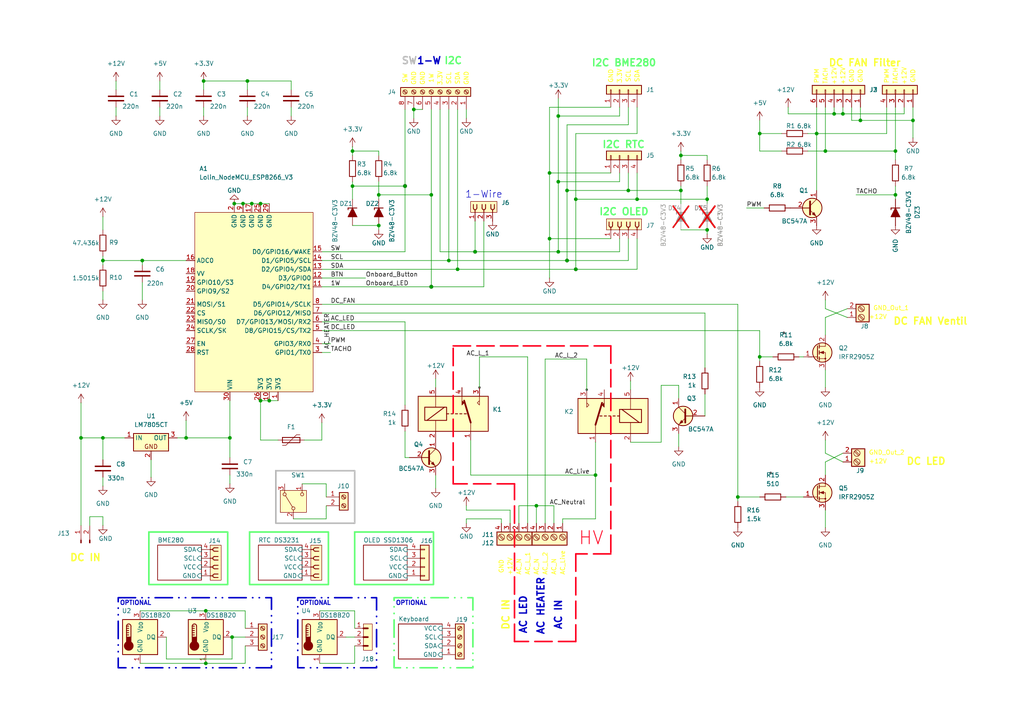
<source format=kicad_sch>
(kicad_sch (version 20231120) (generator "eeschema") (generator_version "8.0")
  (paper "A4")
  (title_block (title "SLA-BOX") (date "2024-11-27") (rev "B") (company "avatarsd LLC") (comment 1 "avatarsd2@gmail.com") (comment 3 "day 1008") (comment 4 "by S.D."))
  (junction (at 29.845 75.565))
  (junction (at 182.245 55.245))
  (junction (at 75.565 59.055))
  (junction (at 184.785 57.785))
  (junction (at 164.465 75.565))
  (junction (at 167.005 78.105))
  (junction (at 241.935 33.02))
  (junction (at 41.275 75.565))
  (junction (at 70.485 59.055))
  (junction (at 125.095 83.185))
  (junction (at 205.105 57.785))
  (junction (at 132.715 78.105))
  (junction (at 167.005 57.785))
  (junction (at 73.025 59.055))
  (junction (at 161.925 52.705))
  (junction (at 53.975 127))
  (junction (at 161.925 73.025))
  (junction (at 244.475 33.02))
  (junction (at 59.69 192.405))
  (junction (at 117.475 53.975))
  (junction (at 259.715 56.515))
  (junction (at 197.485 55.245))
  (junction (at 71.755 23.495))
  (junction (at 172.72 137.795))
  (junction (at 102.235 43.815))
  (junction (at 164.465 55.245))
  (junction (at 78.105 116.205))
  (junction (at 264.795 34.925))
  (junction (at 67.31 184.785))
  (junction (at 236.855 38.735))
  (junction (at 220.345 103.505))
  (junction (at 125.095 56.515))
  (junction (at 59.055 23.495))
  (junction (at 249.555 34.925))
  (junction (at 137.795 73.025))
  (junction (at 29.845 127))
  (junction (at 213.995 144.145))
  (junction (at 239.395 43.815))
  (junction (at 59.69 177.165))
  (junction (at 120.015 31.75))
  (junction (at 130.175 75.565))
  (junction (at 197.485 45.085))
  (junction (at 109.855 65.405))
  (junction (at 23.495 127))
  (junction (at 75.565 116.205))
  (junction (at 67.945 59.055))
  (junction (at 220.345 38.735))
  (junction (at 159.385 50.165))
  (junction (at 109.855 56.515))
  (junction (at 66.675 127))
  (junction (at 155.575 146.685))
  (junction (at 102.235 53.975))
  (junction (at 259.715 43.815))
  (junction (at 159.385 69.215))
  (junction (at 161.925 33.655))
  (junction (at 205.105 66.675))
  (wire (pts (xy 59.055 23.495) (xy 71.755 23.495)))
  (wire (pts (xy 231.775 103.505) (xy 233.045 103.505)))
  (polyline (pts (xy 177.165 100.33) (xy 177.165 160.655)) (stroke (width 0.4572) (type dash) (color 255 0 30 1)))
  (wire (pts (xy 234.315 38.735) (xy 236.855 38.735)))
  (wire (pts (xy 33.655 23.495) (xy 33.655 26.035)))
  (wire (pts (xy 94.615 150.495) (xy 85.09 150.495)))
  (wire (pts (xy 159.385 50.165) (xy 177.165 50.165)))
  (wire (pts (xy 159.385 50.165) (xy 159.385 69.215)))
  (wire (pts (xy 228.6 33.02) (xy 241.935 33.02)))
  (wire (pts (xy 204.47 114.3) (xy 204.47 120.65)))
  (wire (pts (xy 179.705 33.655) (xy 161.925 33.655)))
  (wire (pts (xy 241.935 33.02) (xy 244.475 33.02)))
  (wire (pts (xy 93.345 122.555) (xy 93.345 127.635)))
  (polyline (pts (xy 177.165 160.655) (xy 167.005 160.655)) (stroke (width 0.4572) (type dash) (color 255 0 30 1)))
  (wire (pts (xy 220.345 103.505) (xy 220.345 104.775)))
  (wire (pts (xy 249.555 34.925) (xy 264.795 34.925)))
  (wire (pts (xy 247.015 34.925) (xy 249.555 34.925)))
  (wire (pts (xy 182.245 50.165) (xy 182.245 55.245)))
  (wire (pts (xy 191.77 128.27) (xy 182.88 128.27)))
  (wire (pts (xy 127.635 31.75) (xy 127.635 73.025)))
  (wire (pts (xy 213.995 144.145) (xy 213.995 145.415)))
  (wire (pts (xy 132.715 31.75) (xy 132.715 78.105)))
  (wire (pts (xy 164.465 75.565) (xy 130.175 75.565)))
  (wire (pts (xy 264.795 40.005) (xy 264.795 34.925)))
  (wire (pts (xy 239.395 31.115) (xy 239.395 43.815)))
  (wire (pts (xy 239.395 43.815) (xy 259.715 43.815)))
  (wire (pts (xy 120.015 31.75) (xy 122.555 31.75)))
  (wire (pts (xy 220.345 34.925) (xy 220.345 38.735)))
  (wire (pts (xy 78.105 116.205) (xy 80.645 116.205)))
  (wire (pts (xy 239.395 86.995) (xy 239.395 89.535)))
  (wire (pts (xy 41.275 75.565) (xy 53.975 75.565)))
  (wire (pts (xy 67.945 59.055) (xy 70.485 59.055)))
  (wire (pts (xy 43.815 138.43) (xy 43.815 133.35)))
  (wire (pts (xy 102.235 43.815) (xy 109.855 43.815)))
  (wire (pts (xy 70.485 59.055) (xy 73.025 59.055)))
  (wire (pts (xy 102.235 53.975) (xy 102.235 57.785)))
  (wire (pts (xy 197.485 53.975) (xy 197.485 55.245)))
  (wire (pts (xy 259.715 57.785) (xy 259.715 56.515)))
  (wire (pts (xy 66.675 127) (xy 66.675 132.715)))
  (wire (pts (xy 145.415 150.495) (xy 145.415 151.765)))
  (wire (pts (xy 227.965 144.145) (xy 233.045 144.145)))
  (polyline (pts (xy 167.005 186.055) (xy 149.225 186.055)) (stroke (width 0.4572) (type dash) (color 255 0 30 1)))
  (wire (pts (xy 226.695 38.735) (xy 220.345 38.735)))
  (wire (pts (xy 87.63 140.335) (xy 94.615 140.335)))
  (wire (pts (xy 259.715 53.975) (xy 259.715 56.515)))
  (wire (pts (xy 220.345 38.735) (xy 220.345 43.815)))
  (wire (pts (xy 84.455 23.495) (xy 84.455 26.035)))
  (wire (pts (xy 164.465 75.565) (xy 182.245 75.565)))
  (wire (pts (xy 102.87 184.785) (xy 100.33 184.785)))
  (wire (pts (xy 66.675 140.335) (xy 66.675 137.795)))
  (wire (pts (xy 257.175 38.735) (xy 236.855 38.735)))
  (wire (pts (xy 245.745 89.535) (xy 239.395 92.075)))
  (wire (pts (xy 150.495 151.765) (xy 150.495 146.685)))
  (wire (pts (xy 262.255 31.115) (xy 262.255 33.02)))
  (wire (pts (xy 241.935 31.115) (xy 241.935 33.02)))
  (wire (pts (xy 109.855 56.515) (xy 125.095 56.515)))
  (wire (pts (xy 182.245 55.245) (xy 197.485 55.245)))
  (wire (pts (xy 51.435 127) (xy 53.975 127)))
  (wire (pts (xy 93.345 78.105) (xy 132.715 78.105)))
  (wire (pts (xy 102.87 177.165) (xy 102.87 182.245)))
  (wire (pts (xy 248.285 56.515) (xy 259.715 56.515)))
  (wire (pts (xy 236.855 31.115) (xy 236.855 38.735)))
  (wire (pts (xy 220.345 43.815) (xy 226.695 43.815)))
  (wire (pts (xy 135.255 34.29) (xy 135.255 31.75)))
  (wire (pts (xy 93.345 73.025) (xy 117.475 73.025)))
  (wire (pts (xy 259.715 31.115) (xy 259.715 43.815)))
  (wire (pts (xy 163.195 151.765) (xy 163.195 150.495)))
  (wire (pts (xy 71.755 23.495) (xy 84.455 23.495)))
  (wire (pts (xy 75.565 59.055) (xy 78.105 59.055)))
  (wire (pts (xy 140.335 64.135) (xy 140.335 83.185)))
  (wire (pts (xy 117.475 117.475) (xy 117.475 93.345)))
  (wire (pts (xy 84.455 33.655) (xy 84.455 31.115)))
  (wire (pts (xy 184.785 38.735) (xy 167.005 38.735)))
  (wire (pts (xy 239.395 107.315) (xy 239.395 112.395)))
  (wire (pts (xy 59.69 192.405) (xy 71.12 192.405)))
  (wire (pts (xy 125.095 56.515) (xy 125.095 83.185)))
  (wire (pts (xy 93.345 83.185) (xy 125.095 83.185)))
  (wire (pts (xy 102.235 65.405) (xy 109.855 65.405)))
  (wire (pts (xy 140.335 83.185) (xy 125.095 83.185)))
  (wire (pts (xy 67.31 191.135) (xy 67.31 184.785)))
  (wire (pts (xy 48.26 184.785) (xy 48.26 191.135)))
  (wire (pts (xy 59.055 33.655) (xy 59.055 31.115)))
  (wire (pts (xy 102.235 42.545) (xy 102.235 43.815)))
  (wire (pts (xy 177.165 31.115) (xy 159.385 31.115)))
  (wire (pts (xy 117.475 53.975) (xy 117.475 73.025)))
  (wire (pts (xy 29.845 127) (xy 36.195 127)))
  (wire (pts (xy 136.525 137.795) (xy 172.72 137.795)))
  (wire (pts (xy 135.255 150.495) (xy 135.255 151.765)))
  (wire (pts (xy 220.345 103.505) (xy 224.155 103.505)))
  (wire (pts (xy 247.015 31.115) (xy 247.015 34.925)))
  (wire (pts (xy 160.655 146.685) (xy 160.655 151.765)))
  (wire (pts (xy 205.105 45.085) (xy 205.105 46.355)))
  (wire (pts (xy 102.235 52.705) (xy 102.235 53.975)))
  (wire (pts (xy 216.535 60.325) (xy 221.615 60.325)))
  (wire (pts (xy 197.485 45.085) (xy 197.485 46.355)))
  (wire (pts (xy 125.095 31.75) (xy 125.095 56.515)))
  (wire (pts (xy 205.105 53.975) (xy 205.105 57.785)))
  (wire (pts (xy 161.925 52.705) (xy 179.705 52.705)))
  (wire (pts (xy 239.395 131.445) (xy 244.475 133.985)))
  (wire (pts (xy 92.71 177.165) (xy 102.87 177.165)))
  (wire (pts (xy 135.255 146.685) (xy 135.255 147.955)))
  (wire (pts (xy 182.245 36.195) (xy 164.465 36.195)))
  (wire (pts (xy 48.26 191.135) (xy 67.31 191.135)))
  (wire (pts (xy 29.845 149.86) (xy 26.035 149.86)))
  (wire (pts (xy 161.925 73.025) (xy 161.925 52.705)))
  (wire (pts (xy 179.705 73.025) (xy 179.705 69.215)))
  (wire (pts (xy 71.12 192.405) (xy 71.12 187.325)))
  (wire (pts (xy 109.855 56.515) (xy 109.855 57.785)))
  (wire (pts (xy 102.87 187.325) (xy 102.87 192.405)))
  (wire (pts (xy 164.465 55.245) (xy 182.245 55.245)))
  (wire (pts (xy 102.87 192.405) (xy 92.71 192.405)))
  (wire (pts (xy 93.345 75.565) (xy 130.175 75.565)))
  (wire (pts (xy 59.69 177.165) (xy 71.12 177.165)))
  (wire (pts (xy 161.925 73.025) (xy 179.705 73.025)))
  (wire (pts (xy 213.995 88.265) (xy 213.995 144.145)))
  (wire (pts (xy 93.345 80.645) (xy 106.045 80.645)))
  (wire (pts (xy 244.475 33.02) (xy 244.475 31.115)))
  (wire (pts (xy 117.475 31.75) (xy 117.475 53.975)))
  (wire (pts (xy 167.005 78.105) (xy 167.005 57.785)))
  (wire (pts (xy 239.395 147.955) (xy 239.395 153.035)))
  (polyline (pts (xy 167.005 160.655) (xy 167.005 186.055)) (stroke (width 0.4572) (type dash) (color 255 0 30 1)))
  (wire (pts (xy 94.615 146.685) (xy 94.615 150.495)))
  (wire (pts (xy 244.475 33.02) (xy 262.255 33.02)))
  (polyline (pts (xy 131.445 140.335) (xy 131.445 100.33)) (stroke (width 0.4572) (type dash) (color 255 0 30 1)))
  (wire (pts (xy 139.065 103.505) (xy 139.065 112.395)))
  (wire (pts (xy 88.265 127.635) (xy 93.345 127.635)))
  (wire (pts (xy 179.705 52.705) (xy 179.705 50.165)))
  (wire (pts (xy 257.175 31.115) (xy 257.175 38.735)))
  (wire (pts (xy 191.77 111.76) (xy 191.77 128.27)))
  (wire (pts (xy 73.025 59.055) (xy 75.565 59.055)))
  (wire (pts (xy 40.64 177.165) (xy 59.69 177.165)))
  (wire (pts (xy 53.975 127) (xy 66.675 127)))
  (wire (pts (xy 29.845 62.865) (xy 29.845 66.675)))
  (wire (pts (xy 29.845 86.995) (xy 29.845 84.455)))
  (wire (pts (xy 159.385 31.115) (xy 159.385 50.165)))
  (wire (pts (xy 161.925 33.655) (xy 161.925 52.705)))
  (wire (pts (xy 102.235 43.815) (xy 102.235 45.085)))
  (wire (pts (xy 249.555 31.115) (xy 249.555 34.925)))
  (wire (pts (xy 130.175 31.75) (xy 130.175 75.565)))
  (wire (pts (xy 41.275 75.565) (xy 41.275 76.835)))
  (wire (pts (xy 26.035 149.86) (xy 26.035 152.4)))
  (wire (pts (xy 135.255 147.955) (xy 147.955 147.955)))
  (wire (pts (xy 234.315 43.815) (xy 239.395 43.815)))
  (wire (pts (xy 139.065 103.505) (xy 153.035 103.505)))
  (polyline (pts (xy 131.445 100.33) (xy 151.765 100.33)) (stroke (width 0.4572) (type dash) (color 255 0 30 1)))
  (wire (pts (xy 29.845 75.565) (xy 29.845 76.835)))
  (wire (pts (xy 182.88 110.49) (xy 182.88 113.03)))
  (wire (pts (xy 167.005 57.785) (xy 184.785 57.785)))
  (wire (pts (xy 228.6 33.02) (xy 228.6 31.115)))
  (wire (pts (xy 197.485 55.245) (xy 197.485 59.055)))
  (wire (pts (xy 29.845 152.4) (xy 29.845 149.86)))
  (wire (pts (xy 197.485 66.675) (xy 205.105 66.675)))
  (wire (pts (xy 136.525 127.635) (xy 136.525 137.795)))
  (wire (pts (xy 67.31 184.785) (xy 71.12 184.785)))
  (wire (pts (xy 153.035 103.505) (xy 153.035 151.765)))
  (wire (pts (xy 196.85 111.76) (xy 196.85 115.57)))
  (wire (pts (xy 191.77 111.76) (xy 196.85 111.76)))
  (wire (pts (xy 118.745 132.715) (xy 117.475 132.715)))
  (wire (pts (xy 167.005 38.735) (xy 167.005 57.785)))
  (wire (pts (xy 161.925 33.655) (xy 161.925 28.575)))
  (wire (pts (xy 159.385 69.215) (xy 177.165 69.215)))
  (wire (pts (xy 236.855 38.735) (xy 236.855 55.245)))
  (wire (pts (xy 239.395 127.635) (xy 239.395 131.445)))
  (wire (pts (xy 163.195 150.495) (xy 172.72 150.495)))
  (wire (pts (xy 213.995 144.145) (xy 220.345 144.145)))
  (wire (pts (xy 46.355 33.655) (xy 46.355 31.115)))
  (wire (pts (xy 33.655 33.655) (xy 33.655 31.115)))
  (wire (pts (xy 93.345 88.265) (xy 213.995 88.265)))
  (wire (pts (xy 205.105 57.785) (xy 205.105 59.055)))
  (wire (pts (xy 40.64 192.405) (xy 59.69 192.405)))
  (wire (pts (xy 109.855 66.675) (xy 109.855 65.405)))
  (wire (pts (xy 244.475 131.445) (xy 239.395 133.985)))
  (wire (pts (xy 184.785 78.105) (xy 167.005 78.105)))
  (wire (pts (xy 94.615 140.335) (xy 94.615 144.145)))
  (wire (pts (xy 71.755 33.655) (xy 71.755 31.115)))
  (wire (pts (xy 197.485 43.815) (xy 197.485 45.085)))
  (wire (pts (xy 132.715 78.105) (xy 167.005 78.105)))
  (wire (pts (xy 205.105 67.945) (xy 205.105 66.675)))
  (wire (pts (xy 196.85 125.73) (xy 196.85 129.54)))
  (wire (pts (xy 127.635 73.025) (xy 137.795 73.025)))
  (wire (pts (xy 182.245 31.115) (xy 182.245 36.195)))
  (wire (pts (xy 182.245 75.565) (xy 182.245 69.215)))
  (polyline (pts (xy 149.225 186.055) (xy 149.225 140.335)) (stroke (width 0.4572) (type dash) (color 255 0 30 1)))
  (wire (pts (xy 59.055 23.495) (xy 59.055 26.035)))
  (wire (pts (xy 170.18 104.14) (xy 170.18 113.03)))
  (wire (pts (xy 184.785 57.785) (xy 184.785 50.165)))
  (wire (pts (xy 220.345 95.885) (xy 220.345 103.505)))
  (wire (pts (xy 259.715 43.815) (xy 259.715 46.355)))
  (wire (pts (xy 102.235 53.975) (xy 117.475 53.975)))
  (wire (pts (xy 109.855 43.815) (xy 109.855 45.085)))
  (wire (pts (xy 179.705 31.115) (xy 179.705 33.655)))
  (polyline (pts (xy 151.765 100.33) (xy 177.165 100.33)) (stroke (width 0.4572) (type dash) (color 255 0 30 1)))
  (polyline (pts (xy 149.225 140.335) (xy 131.445 140.335)) (stroke (width 0.4572) (type dash) (color 255 0 30 1)))
  (wire (pts (xy 264.795 34.925) (xy 264.795 31.115)))
  (wire (pts (xy 135.255 150.495) (xy 145.415 150.495)))
  (wire (pts (xy 75.565 116.205) (xy 78.105 116.205)))
  (wire (pts (xy 172.72 150.495) (xy 172.72 137.795)))
  (wire (pts (xy 71.755 23.495) (xy 71.755 26.035)))
  (wire (pts (xy 184.785 31.115) (xy 184.785 38.735)))
  (wire (pts (xy 204.47 90.805) (xy 204.47 106.68)))
  (wire (pts (xy 150.495 146.685) (xy 155.575 146.685)))
  (wire (pts (xy 172.72 128.27) (xy 172.72 137.795)))
  (wire (pts (xy 164.465 36.195) (xy 164.465 55.245)))
  (wire (pts (xy 120.015 34.29) (xy 120.015 31.75)))
  (wire (pts (xy 29.845 127) (xy 29.845 133.35)))
  (wire (pts (xy 29.845 74.295) (xy 29.845 75.565)))
  (wire (pts (xy 137.795 73.025) (xy 161.925 73.025)))
  (wire (pts (xy 109.855 52.705) (xy 109.855 56.515)))
  (wire (pts (xy 29.845 140.97) (xy 29.845 138.43)))
  (wire (pts (xy 137.795 73.025) (xy 137.795 64.135)))
  (wire (pts (xy 71.12 177.165) (xy 71.12 182.245)))
  (wire (pts (xy 155.575 146.685) (xy 155.575 151.765)))
  (wire (pts (xy 117.475 125.095) (xy 117.475 132.715)))
  (wire (pts (xy 53.975 121.92) (xy 53.975 127)))
  (wire (pts (xy 158.115 104.14) (xy 170.18 104.14)))
  (wire (pts (xy 23.495 116.84) (xy 23.495 127)))
  (wire (pts (xy 126.365 109.855) (xy 126.365 112.395)))
  (wire (pts (xy 66.675 127) (xy 66.675 116.205)))
  (wire (pts (xy 75.565 127.635) (xy 75.565 116.205)))
  (wire (pts (xy 23.495 127) (xy 23.495 152.4)))
  (wire (pts (xy 46.355 23.495) (xy 46.355 26.035)))
  (wire (pts (xy 29.845 75.565) (xy 41.275 75.565)))
  (wire (pts (xy 155.575 146.685) (xy 160.655 146.685)))
  (wire (pts (xy 95.885 99.695) (xy 93.345 99.695)))
  (wire (pts (xy 184.785 69.215) (xy 184.785 78.105)))
  (wire (pts (xy 147.955 147.955) (xy 147.955 151.765)))
  (wire (pts (xy 164.465 55.245) (xy 164.465 75.565)))
  (wire (pts (xy 95.885 102.235) (xy 93.345 102.235)))
  (wire (pts (xy 93.345 93.345) (xy 117.475 93.345)))
  (wire (pts (xy 41.275 86.995) (xy 41.275 81.915)))
  (wire (pts (xy 239.395 89.535) (xy 245.745 92.075)))
  (wire (pts (xy 75.565 127.635) (xy 80.645 127.635)))
  (wire (pts (xy 239.395 92.075) (xy 239.395 97.155)))
  (wire (pts (xy 93.345 90.805) (xy 204.47 90.805)))
  (wire (pts (xy 197.485 45.085) (xy 205.105 45.085)))
  (wire (pts (xy 184.785 57.785) (xy 205.105 57.785)))
  (wire (pts (xy 159.385 69.215) (xy 159.385 80.645)))
  (wire (pts (xy 93.345 95.885) (xy 220.345 95.885)))
  (wire (pts (xy 23.495 127) (xy 29.845 127)))
  (wire (pts (xy 158.115 104.14) (xy 158.115 151.765)))
  (wire (pts (xy 126.365 137.795) (xy 126.365 141.605)))
  (wire (pts (xy 239.395 133.985) (xy 239.395 137.795)))
  (rectangle (start 34.29 173.355) (end 78.74 193.675) (stroke (width 0.4572) (type dash_dot_dot)))
  (rectangle (start 114.3 173.355) (end 137.16 193.675) (stroke (width 0.4572) (type dash_dot_dot) (color 91 255 109 1)))
  (rectangle (start 86.36 173.355) (end 109.22 193.675) (stroke (width 0.4572) (type dash_dot_dot)))
  (rectangle (start 43.18 154.305) (end 66.04 169.545) (stroke (width 0.4572) (color 91 255 109 1)))
  (rectangle (start 80.01 136.525) (end 102.87 151.765) (stroke (width 0.4572) (color 182 182 182 1)))
  (rectangle (start 72.39 154.305) (end 95.25 169.545) (stroke (width 0.4572) (color 91 255 109 1)))
  (rectangle (start 102.87 154.305) (end 125.73 169.545) (stroke (width 0.4572) (color 91 255 109 1)))
  (text "GND" (at 249.555 22.225 90) (effects (font (size 1.27 1.27))))
  (text "AC_L_1" (at 153.035 167.005 90) (effects (font (size 1.27 1.27)) (justify left)))
  (text "TACH" (at 259.715 22.225 90) (effects (font (size 1.27 1.27))))
  (text "AC LED" (at 151.765 178.435 90) (effects (font (size 2.032 2.032) (thickness 0.4064) (bold yes))))
  (text "I2C BME280" (at 180.975 18.415 0) (effects (font (size 2.032 2.032) (thickness 0.4064) (bold yes))))
  (text "SDA" (at 184.785 22.225 90) (effects (font (size 1.27 1.27))))
  (text "SCL" (at 130.175 22.86 90) (effects (font (size 1.27 1.27))))
  (text "GND" (at 135.255 22.86 90) (effects (font (size 1.27 1.27))))
  (text "GND" (at 264.795 22.225 90) (effects (font (size 1.27 1.27))))
  (text "AC_L_2" (at 158.115 167.005 90) (effects (font (size 1.27 1.27)) (justify left)))
  (text "GND" (at 177.165 22.225 90) (effects (font (size 1.27 1.27))))
  (text "1-Wire" (at 140.335 56.515 0) (effects (font (size 2.032 2.032))))
  (text "AC HEATER" (at 156.845 175.895 90) (effects (font (size 2.032 2.032) (thickness 0.4064) (bold yes))))
  (text "AC_N" (at 150.495 167.005 90) (effects (font (size 1.27 1.27)) (justify left)))
  (text "I2C" (at 131.445 17.78 0) (effects (font (size 2.032 2.032) (thickness 0.4064) (bold yes))))
  (text "TACH" (at 239.395 22.225 90) (effects (font (size 1.27 1.27))))
  (text "I2C OLED" (at 180.975 61.595 0) (effects (font (size 2.032 2.032) (thickness 0.4064) (bold yes))))
  (text "1-W" (at 124.46 17.78 0) (effects (font (size 2.032 2.032) (thickness 0.4064) (bold yes))))
  (text "AC_N" (at 155.575 167.005 90) (effects (font (size 1.27 1.27)) (justify left)))
  (text "3.3V" (at 179.705 22.225 90) (effects (font (size 1.27 1.27))))
  (text "I2C RTC" (at 180.8739 42.116 0) (effects (font (size 2.032 2.032) (thickness 0.4064) (bold yes))))
  (text "1W" (at 125.095 22.86 90) (effects (font (size 1.27 1.27))))
  (text "AC IN" (at 161.925 178.435 90) (effects (font (size 2.032 2.032) (thickness 0.4064) (bold yes))))
  (text "+12V" (at 262.255 22.225 90) (effects (font (size 1.27 1.27))))
  (text "SW" (at 117.475 22.86 90) (effects (font (size 1.27 1.27))))
  (text "+12V" (at 241.935 22.225 90) (effects (font (size 1.27 1.27))))
  (text "+12V\n" (at 254.635 133.985 0) (effects (font (size 1.27 1.27))))
  (text "DC LED" (at 268.605 133.985 0) (effects (font (size 2.032 2.032) (thickness 0.4064) (bold yes))))
  (text "AC_N" (at 160.655 167.005 90) (effects (font (size 1.27 1.27)) (justify left)))
  (text "DC FAN Filter" (at 250.825 18.415 0) (effects (font (size 2.032 2.032) (thickness 0.4064) (bold yes))))
  (text "OPTIONAL" (at 39.3432 175.0281 0) (effects (font (size 1.27 1.27) (thickness 0.254) (bold yes))))
  (text "SDA" (at 132.715 22.86 90) (effects (font (size 1.27 1.27))))
  (text "GND_Out_1" (at 258.445 89.535 0) (effects (font (size 1.27 1.27))))
  (text "AC_Live" (at 163.195 167.005 90) (effects (font (size 1.27 1.27)) (justify left)))
  (text "OPTIONAL" (at 119.3532 175.0281 0) (effects (font (size 1.27 1.27) (thickness 0.254) (bold yes))))
  (text "GND_Out_2" (at 257.175 131.445 0) (effects (font (size 1.27 1.27))))
  (text "GND" (at 145.415 164.465 90) (effects (font (size 1.27 1.27))))
  (text "3.3V" (at 127.635 22.86 90) (effects (font (size 1.27 1.27))))
  (text "DC IN" (at 24.765 161.925 0) (effects (font (size 2.032 2.032) (thickness 0.4064) (bold yes))))
  (text "PWM" (at 236.855 22.225 90) (effects (font (size 1.27 1.27))))
  (text "SCL" (at 182.245 22.225 90) (effects (font (size 1.27 1.27))))
  (text "+12V\n" (at 147.955 164.465 90) (effects (font (size 1.27 1.27))))
  (text "GND" (at 120.015 22.86 90) (effects (font (size 1.27 1.27))))
  (text "HV" (at 171.45 156.21 0) (effects (font (size 3.81 3.81) (thickness 0.254) (bold yes))))
  (text "DC IN" (at 146.685 178.435 90) (effects (font (size 2.032 2.032) (thickness 0.4064) (bold yes))))
  (text "+12V\n" (at 254.635 92.075 0) (effects (font (size 1.27 1.27))))
  (text "GND" (at 122.555 22.86 90) (effects (font (size 1.27 1.27))))
  (text "OPTIONAL" (at 91.4132 175.0281 0) (effects (font (size 1.27 1.27) (thickness 0.254) (bold yes))))
  (text "PWM" (at 257.175 22.225 90) (effects (font (size 1.27 1.27))))
  (text "+12V" (at 244.475 22.225 90) (effects (font (size 1.27 1.27))))
  (text "DC FAN Ventil" (at 269.875 93.345 0) (effects (font (size 2.032 2.032) (thickness 0.4064) (bold yes))))
  (text "GND" (at 247.015 22.225 90) (effects (font (size 1.27 1.27))))
  (text "SW" (at 118.745 17.78 0) (effects (font (size 2.032 2.032) (thickness 0.4064) (bold yes))))
  (label "AC_L_1" (at 135.255 103.505 0))
  (label "BTN" (at 95.885 80.645 0))
  (label "Onboard_Button" (at 106.045 80.645 0))
  (label "AC_LED" (at 95.885 93.345 0))
  (label "AC_Neutral" (at 159.385 146.685 0))
  (label "AC_HEATER" (at 95.885 90.805 270))
  (label "PWM" (at 216.535 60.325 0))
  (label "1W" (at 95.885 83.185 0))
  (label "AC_Live" (at 163.83 137.795 0))
  (label "TACHO" (at 248.285 56.515 0))
  (label "AC_L_2" (at 167.64 104.14 180))
  (label "Onboard_LED" (at 106.045 83.185 0))
  (label "SW" (at 95.885 73.025 0))
  (label "DC_FAN" (at 95.885 88.265 0))
  (label "PWM" (at 95.885 99.695 0))
  (label "SCL" (at 95.885 75.565 0))
  (label "DC_LED" (at 95.885 95.885 0))
  (label "SDA" (at 95.885 78.105 0))
  (label "TACHO" (at 95.885 102.235 0))
  (netclass_flag "" (length 0.0254) (shape round) (at 125.095 83.185 0) (property "Netclass" "1W" (effects (hide yes))))
  (netclass_flag "" (length 0) (shape dot) (at 170.18 113.03 0) (property "Netclass" "Live" (effects (hide yes))))
  (netclass_flag "" (length 0) (shape round) (at 164.465 75.565 0) (property "Netclass" "SCL" (effects (hide yes))))
  (netclass_flag "" (length 0) (shape dot) (at 155.575 146.685 0) (property "Netclass" "Neutral" (effects (hide yes))))
  (netclass_flag "" (length 0.0254) (shape round) (at 117.475 53.975 0) (property "Netclass" "SW" (effects (hide yes))))
  (netclass_flag "" (length 0) (shape dot) (at 172.72 137.795 0) (property "Netclass" "Live" (effects (hide yes))))
  (netclass_flag "" (length 0) (shape dot) (at 67.945 59.055 0) (property "Netclass" "GND" (effects (hide yes))))
  (netclass_flag "" (length 0) (shape round) (at 137.795 73.025 0) (property "Netclass" "3.3v" (effects (hide yes))))
  (netclass_flag "" (length 0) (shape dot) (at 223.52 137.16 0) (property "Netclass" "Outs_12v" (effects (hide yes))))
  (netclass_flag "" (length 0) (shape round) (at 167.005 78.105 0) (property "Netclass" "SDA" (effects (hide yes))))
  (netclass_flag "" (length 0) (shape dot) (at 227.33 96.52 0) (property "Netclass" "Outs_12v" (effects (hide yes))))
  (netclass_flag "" (length 0) (shape dot) (at 23.495 127 0) (property "Netclass" "12v" (effects (hide yes))))
  (netclass_flag "" (length 0.0254) (shape dot) (at 75.565 116.205 0) (property "Netclass" "3.3v" (effects (hide yes))))
  (netclass_flag "" (length 0) (shape dot) (at 139.065 112.395 0) (property "Netclass" "Live" (effects (hide yes))))
  (netclass_flag "" (length 0.0254) (shape dot) (at 67.945 59.055 0) (property "Netclass" "GND" (effects (hide yes))))
  (netclass_flag "" (length 0) (shape dot) (at 66.675 127 0) (property "Netclass" "5v" (effects (hide yes))))
  (symbol (lib_id "PCM_Transistor_MOSFET_AKL:IRFR2905Z") (at 236.855 142.875 0) (unit 1)
    (property "Reference" "Q5" (at 243.205 141.605 0) (effects (justify left)))
    (property "Value" "IRFR2905Z" (at 243.205 144.145 0) (effects (justify left)))
    (property "Footprint" "PCM_Package_TO_SOT_SMD_AKL:TO-252-2" (effects (hide yes)))
    (property "Datasheet" "https://www.tme.eu/Document/ee7e43333494838fb4c39d29deda5276/IRFx2905ZPBF.pdf" (effects (hide yes)))
    (property "Description" "TO-252 N-MOSFET enchancement mode transistor, 55V, 42A, 110W, Alternate KiCAD Library" (effects (hide yes)))
  )
  (symbol (lib_id "PCM_SL_Resistors:1k") (at 102.235 48.895 270) (unit 1)
    (property "Reference" "R3" (at 103.505 47.625 90) (effects (justify left)))
    (property "Value" "6.8k" (at 103.505 50.165 90) (effects (justify left)))
    (property "Footprint" "Resistor_THT:R_Axial_DIN0207_L6.3mm_D2.5mm_P10.16mm_Horizontal" (effects (hide yes)))
    (property "Description" "1kΩ, 1/4W Resistor" (effects (hide yes)))
  )
  (symbol (lib_id "power:+12V") (at 93.345 122.555 0) (unit 1)
    (property "Reference" "#PWR034" (effects (hide yes)))
    (property "Value" "+3.3V" (at 93.345 117.475 0))
    (property "Description" "Power symbol creates a global label with name \"+12V\"" (effects (hide yes)))
  )
  (symbol (lib_id "PCM_Diode_Zener_AKL:BZV48-C3V3") (at 102.235 61.595 90) (unit 1)
    (property "Reference" "DZ1" (at 98.425 59.055 90) (effects (justify right)))
    (property "Value" "BZV48-C3V3" (at 97.155 57.785 0) (effects (justify right)))
    (property "Footprint" "PCM_Diode_THT_AKL:D_DO-27_P15.24mm_Horizontal_Zener" (effects (hide yes)))
    (property "Datasheet" "http://www.soloelectronica.net/PDF/BZV48C20.pdf" (effects (hide yes)))
    (property "Description" "DO-27 Zener diode, 3.3V, 5W, Alternate KiCAD Library" (effects (hide yes)))
  )
  (symbol (lib_id "PCM_4ms_Connector:Conn_01x04") (at 179.705 45.085 90) (unit 1)
    (property "Reference" "J5" (at 188.595 45.085 90))
    (property "Value" "Conn_01x04" (effects (hide yes)))
    (property "Footprint" "4ms_Connector:Pins_1x04_2.54mm_TH_SWD" (effects (hide yes)))
    (property "Description" "HEADER 1x4 MALE PINS 0.100” 180deg" (effects (hide yes)))
    (property "Specifications" "HEADER 1x4 MALE PINS 0.100” 180deg" (effects (hide yes)))
    (property "Manufacturer" "TAD" (effects (hide yes)))
    (property "Part Number" "1-0401FBV0T" (effects (hide yes)))
  )
  (symbol (lib_id "power:+12V") (at 46.355 23.495 0) (unit 1)
    (property "Reference" "#PWR02" (effects (hide yes)))
    (property "Value" "+5V" (at 46.355 18.415 0))
    (property "Description" "Power symbol creates a global label with name \"+12V\"" (effects (hide yes)))
  )
  (symbol (lib_id "PCM_SL_Resistors:1k") (at 29.845 80.645 270) (unit 1)
    (property "Reference" "R10" (at 31.6236 80.4872 90) (effects (justify left)))
    (property "Value" "1.5015k" (at 20.955 80.645 90) (effects (justify left)))
    (property "Footprint" "Resistor_THT:R_Axial_DIN0207_L6.3mm_D2.5mm_P10.16mm_Horizontal" (effects (hide yes)))
    (property "Description" "1kΩ, 1/4W Resistor" (effects (hide yes)))
  )
  (symbol (lib_id "PCM_SL_Capacitors:100nF_Ceramic") (at 59.055 28.575 270) (unit 1)
    (property "Reference" "C3" (at 62.865 27.305 90) (effects (justify left)))
    (property "Value" "220n" (at 60.833 30.861 90) (effects (justify left)))
    (property "Footprint" "Capacitor_THT:C_Disc_D5.0mm_W2.5mm_P2.50mm" (effects (hide yes)))
    (property "Description" "100nF Ceramic Capacitor" (effects (hide yes)))
  )
  (symbol (lib_id "Connector:Screw_Terminal_01x03") (at 76.2 184.785 0) (unit 1)
    (property "Reference" "J17" (at 78.74 184.785 0) (effects (justify left)))
    (property "Value" "Screw_Terminal_01x03" (effects (hide yes)))
    (property "Description" "Generic screw terminal, single row, 01x03, script generated (kicad-library-utils/schlib/autogen/connector/)" (effects (hide yes)))
  )
  (symbol (lib_id "power:+12V") (at 102.235 42.545 0) (unit 1)
    (property "Reference" "#PWR015" (effects (hide yes)))
    (property "Value" "+3.3V" (at 102.235 37.465 0))
    (property "Description" "Power symbol creates a global label with name \"+12V\"" (effects (hide yes)))
  )
  (symbol (lib_id "PCM_SL_Pin_Headers:PINHD_1x4_Female") (at 91.44 163.195 0) (mirror x) (unit 1)
    (property "Reference" "J15" (at 91.44 156.845 0))
    (property "Value" "PINHD_1x4_Female" (effects (hide yes)))
    (property "Footprint" "Connector_PinSocket_2.54mm:PinSocket_1x04_P2.54mm_Vertical" (effects (hide yes)))
    (property "Description" "Pin Header female with pin space 2.54mm. Pin Count -4" (effects (hide yes)))
  )
  (symbol (lib_id "PCM_Diode_Zener_AKL:BZV48-C3V3") (at 109.855 61.595 90) (unit 1)
    (property "Reference" "DZ2" (at 106.045 59.055 90) (effects (justify right)))
    (property "Value" "BZV48-C3V3" (at 113.665 57.785 0) (effects (justify right)))
    (property "Footprint" "PCM_Diode_THT_AKL:D_DO-27_P15.24mm_Horizontal_Zener" (effects (hide yes)))
    (property "Datasheet" "http://www.soloelectronica.net/PDF/BZV48C20.pdf" (effects (hide yes)))
    (property "Description" "DO-27 Zener diode, 3.3V, 5W, Alternate KiCAD Library" (effects (hide yes)))
  )
  (symbol (lib_id "power:GND") (at 159.385 80.645 0) (unit 1)
    (property "Reference" "#PWR024" (effects (hide yes)))
    (property "Value" "GND" (at 159.385 84.455 0))
    (property "Description" "Power symbol creates a global label with name \"GND\" , ground" (effects (hide yes)))
  )
  (symbol (lib_id "PCM_SL_Pin_Headers:PINHD_1x4_Female") (at 62.23 163.195 0) (mirror x) (unit 1)
    (property "Reference" "J14" (at 62.23 156.845 0))
    (property "Value" "PINHD_1x4_Female" (effects (hide yes)))
    (property "Footprint" "Connector_PinSocket_2.54mm:PinSocket_1x04_P2.54mm_Vertical" (effects (hide yes)))
    (property "Description" "Pin Header female with pin space 2.54mm. Pin Count -4" (effects (hide yes)))
  )
  (symbol (lib_id "power:+12V") (at 126.365 109.855 0) (unit 1)
    (property "Reference" "#PWR028" (effects (hide yes)))
    (property "Value" "+12V" (at 126.365 106.045 0))
    (property "Description" "Power symbol creates a global label with name \"+12V\"" (effects (hide yes)))
  )
  (symbol (lib_id "power:+12V") (at 29.845 62.865 0) (unit 1)
    (property "Reference" "#PWR018" (effects (hide yes)))
    (property "Value" "+12V" (at 29.845 57.785 0))
    (property "Description" "Power symbol creates a global label with name \"+12V\"" (effects (hide yes)))
  )
  (symbol (lib_id "PCM_SL_Resistors:1k") (at 109.855 48.895 270) (unit 1)
    (property "Reference" "R4" (at 111.125 47.625 90) (effects (justify left)))
    (property "Value" "6.8k" (at 111.125 50.165 90) (effects (justify left)))
    (property "Footprint" "Resistor_THT:R_Axial_DIN0207_L6.3mm_D2.5mm_P10.16mm_Horizontal" (effects (hide yes)))
    (property "Description" "1kΩ, 1/4W Resistor" (effects (hide yes)))
  )
  (symbol (lib_id "power:GND") (at 46.355 33.655 0) (unit 1)
    (property "Reference" "#PWR07" (effects (hide yes)))
    (property "Value" "GND" (at 46.355 38.735 0))
    (property "Description" "Power symbol creates a global label with name \"GND\" , ground" (effects (hide yes)))
  )
  (symbol (lib_id "PCM_SL_Resistors:1k") (at 259.715 50.165 270) (unit 1)
    (property "Reference" "R7" (at 263.525 48.895 90))
    (property "Value" "6.8k" (at 263.525 51.435 90))
    (property "Footprint" "Resistor_THT:R_Axial_DIN0207_L6.3mm_D2.5mm_P10.16mm_Horizontal" (effects (hide yes)))
    (property "Description" "1kΩ, 1/4W Resistor" (effects (hide yes)))
  )
  (symbol (lib_id "power:GND") (at 84.455 33.655 0) (unit 1)
    (property "Reference" "#PWR010" (effects (hide yes)))
    (property "Value" "GND" (at 84.455 38.735 0))
    (property "Description" "Power symbol creates a global label with name \"GND\" , ground" (effects (hide yes)))
  )
  (symbol (lib_id "PCM_Transistor_BJT_AKL:BC547A") (at 234.315 60.325 0) (unit 1)
    (property "Reference" "Q1" (at 231.775 55.245 0) (effects (justify left)))
    (property "Value" "BC547A" (at 226.695 64.135 0) (effects (justify left)))
    (property "Footprint" "PCM_Package_TO_SOT_THT_AKL:TO-92_Inline_Wide_CBE" (effects (hide yes)))
    (property "Datasheet" "https://www.tme.eu/Document/6c5d898a533a0762c2bc33eb26c283a8/BC546-550-DTE.pdf" (effects (hide yes)))
    (property "Description" "NPN TO-92 transistor, 45V, 100mA, 500mW, Complementary to BC557, Alternate KiCAD Library" (effects (hide yes)))
  )
  (symbol (lib_id "Connector:Conn_01x02_Pin") (at 23.495 157.48 90) (unit 1)
    (property "Reference" "J13" (at 18.415 154.686 90))
    (property "Value" "Power_DC_12V_In" (effects (hide yes)))
    (property "Description" "Generic connector, single row, 01x02, script generated" (effects (hide yes)))
  )
  (symbol (lib_id "power:+12V") (at 53.975 121.92 0) (unit 1)
    (property "Reference" "#PWR033" (effects (hide yes)))
    (property "Value" "+5V" (at 53.975 116.84 0))
    (property "Description" "Power symbol creates a global label with name \"+12V\"" (effects (hide yes)))
  )
  (symbol (lib_id "PCM_SL_Resistors:1k") (at 204.47 110.49 90) (mirror x) (unit 1)
    (property "Reference" "R13" (at 201.93 109.22 90) (effects (justify left)))
    (property "Value" "1k" (at 201.93 111.76 90) (effects (justify left)))
    (property "Footprint" "Resistor_THT:R_Axial_DIN0207_L6.3mm_D2.5mm_P10.16mm_Horizontal" (effects (hide yes)))
    (property "Description" "1kΩ, 1/4W Resistor" (effects (hide yes)))
  )
  (symbol (lib_id "PCM_Transistor_BJT_AKL:BC547A") (at 123.825 132.715 0) (unit 1)
    (property "Reference" "Q4" (at 120.015 128.905 0) (effects (justify left)))
    (property "Value" "BC547A" (at 115.57 135.89 0) (effects (justify left)))
    (property "Footprint" "PCM_Package_TO_SOT_THT_AKL:TO-92_Inline_Wide_CBE" (effects (hide yes)))
    (property "Datasheet" "https://www.tme.eu/Document/6c5d898a533a0762c2bc33eb26c283a8/BC546-550-DTE.pdf" (effects (hide yes)))
    (property "Description" "NPN TO-92 transistor, 45V, 100mA, 500mW, Complementary to BC557, Alternate KiCAD Library" (effects (hide yes)))
  )
  (symbol (lib_id "power:GND") (at 205.105 67.945 0) (unit 1)
    (property "Reference" "#PWR023" (effects (hide yes)))
    (property "Value" "GND" (at 205.105 71.755 0))
    (property "Description" "Power symbol creates a global label with name \"GND\" , ground" (effects (hide yes)))
  )
  (symbol (lib_id "power:+12V") (at 220.345 34.925 0) (unit 1)
    (property "Reference" "#PWR013" (effects (hide yes)))
    (property "Value" "+5V" (at 220.345 29.845 0))
    (property "Description" "Power symbol creates a global label with name \"+12V\"" (effects (hide yes)))
  )
  (symbol (lib_id "PCM_SL_Capacitors:100nF_Ceramic") (at 46.355 28.575 270) (unit 1)
    (property "Reference" "C2" (at 50.165 27.305 90) (effects (justify left)))
    (property "Value" "220n" (at 48.133 30.861 90) (effects (justify left)))
    (property "Footprint" "Capacitor_THT:C_Disc_D5.0mm_W2.5mm_P2.50mm" (effects (hide yes)))
    (property "Description" "100nF Ceramic Capacitor" (effects (hide yes)))
  )
  (symbol (lib_id "PCM_Transistor_BJT_AKL:BC547A") (at 199.39 120.65 0) (mirror y) (unit 1)
    (property "Reference" "Q3" (at 201.93 115.57 0) (effects (justify left)))
    (property "Value" "BC547A" (at 207.01 124.46 0) (effects (justify left)))
    (property "Footprint" "PCM_Package_TO_SOT_THT_AKL:TO-92_Inline_Wide_CBE" (effects (hide yes)))
    (property "Datasheet" "https://www.tme.eu/Document/6c5d898a533a0762c2bc33eb26c283a8/BC546-550-DTE.pdf" (effects (hide yes)))
    (property "Description" "NPN TO-92 transistor, 45V, 100mA, 500mW, Complementary to BC557, Alternate KiCAD Library" (effects (hide yes)))
  )
  (symbol (lib_id "Sensor_Temperature:DS18B20") (at 92.71 184.785 0) (unit 1)
    (property "Reference" "U4" (at 90.17 177.165 0) (effects (justify right)))
    (property "Value" "DS18B20" (at 101.6 178.435 0) (effects (justify right)))
    (property "Footprint" "Package_TO_SOT_THT:TO-92_Inline" (effects (hide yes)))
    (property "Datasheet" "http://datasheets.maximintegrated.com/en/ds/DS18B20.pdf" (effects (hide yes)))
    (property "Description" "Programmable Resolution 1-Wire Digital Thermometer TO-92" (effects (hide yes)))
  )
  (symbol (lib_id "PCM_SL_Resistors:1k") (at 29.845 70.485 270) (unit 1)
    (property "Reference" "R9" (at 31.6236 70.3272 90) (effects (justify left)))
    (property "Value" "47.436k" (at 20.955 70.485 90) (effects (justify left)))
    (property "Footprint" "Resistor_THT:R_Axial_DIN0207_L6.3mm_D2.5mm_P10.16mm_Horizontal" (effects (hide yes)))
    (property "Description" "1kΩ, 1/4W Resistor" (effects (hide yes)))
  )
  (symbol (lib_id "PCM_SL_Capacitors:100nF_Ceramic") (at 71.755 28.575 270) (unit 1)
    (property "Reference" "C4" (at 75.565 27.305 90) (effects (justify left)))
    (property "Value" "220n" (at 73.533 30.861 90) (effects (justify left)))
    (property "Footprint" "Capacitor_THT:C_Disc_D5.0mm_W2.5mm_P2.50mm" (effects (hide yes)))
    (property "Description" "100nF Ceramic Capacitor" (effects (hide yes)))
  )
  (symbol (lib_id "power:GND") (at 135.255 34.29 0) (unit 1)
    (property "Reference" "#PWR012" (effects (hide yes)))
    (property "Value" "GND" (at 135.255 38.1 0))
    (property "Description" "Power symbol creates a global label with name \"GND\" , ground" (effects (hide yes)))
  )
  (symbol (lib_id "PCM_SL_Screw_Terminal:Screw_Terminal_4_P5.00mm") (at 149.225 155.575 270) (unit 1)
    (property "Reference" "J11" (at 139.7 155.067 90) (effects (justify left)))
    (property "Value" "Screw_Terminal_4_P5.00mm" (effects (hide yes)))
    (property "Footprint" "TerminalBlock_Phoenix:TerminalBlock_Phoenix_PT-1,5-4-5.0-H_1x04_P5.00mm_Horizontal" (effects (hide yes)))
  )
  (symbol (lib_id "Connector:Screw_Terminal_01x02") (at 99.695 144.145 0) (unit 1)
    (property "Reference" "J10" (at 97.79 140.97 0) (effects (justify left)))
    (property "Value" "Screw_Terminal_01x02" (effects (hide yes)))
    (property "Description" "Generic screw terminal, single row, 01x02, script generated (kicad-library-utils/schlib/autogen/connector/)" (effects (hide yes)))
  )
  (symbol (lib_id "power:+12V") (at 135.255 146.685 0) (unit 1)
    (property "Reference" "#PWR041" (effects (hide yes)))
    (property "Value" "+12V" (at 135.255 142.875 0))
    (property "Description" "Power symbol creates a global label with name \"+12V\"" (effects (hide yes)))
  )
  (symbol (lib_id "PCM_SL_Resistors:1k") (at 220.345 108.585 270) (unit 1)
    (property "Reference" "R12" (at 222.885 107.315 90) (effects (justify left)))
    (property "Value" "6.8k" (at 222.885 109.855 90) (effects (justify left)))
    (property "Footprint" "Resistor_THT:R_Axial_DIN0207_L6.3mm_D2.5mm_P10.16mm_Horizontal" (effects (hide yes)))
    (property "Description" "1kΩ, 1/4W Resistor" (effects (hide yes)))
  )
  (symbol (lib_id "power:GND") (at 29.845 140.97 0) (unit 1)
    (property "Reference" "#PWR039" (effects (hide yes)))
    (property "Value" "GND" (at 29.845 146.05 0))
    (property "Description" "Power symbol creates a global label with name \"GND\" , ground" (effects (hide yes)))
  )
  (symbol (lib_id "PCM_SL_Resistors:1k") (at 230.505 38.735 180) (unit 1)
    (property "Reference" "R1" (at 229.3312 36.5042 0))
    (property "Value" "6.8k" (at 233.2458 36.5538 0))
    (property "Footprint" "Resistor_THT:R_Axial_DIN0207_L6.3mm_D2.5mm_P10.16mm_Horizontal" (effects (hide yes)))
    (property "Description" "1kΩ, 1/4W Resistor" (effects (hide yes)))
  )
  (symbol (lib_id "PCM_4ms_Connector:Conn_01x04") (at 262.255 26.035 270) (mirror x) (unit 1)
    (property "Reference" "J3" (at 253.365 26.035 90))
    (property "Value" "Conn_01x04" (effects (hide yes)))
    (property "Footprint" "4ms_Connector:Pins_1x04_2.54mm_TH_SWD" (effects (hide yes)))
    (property "Description" "HEADER 1x4 MALE PINS 0.100” 180deg" (effects (hide yes)))
    (property "Specifications" "HEADER 1x4 MALE PINS 0.100” 180deg" (effects (hide yes)))
    (property "Manufacturer" "TAD" (effects (hide yes)))
    (property "Part Number" "1-0401FBV0T" (effects (hide yes)))
  )
  (symbol (lib_id "PCM_SL_Resistors:1k") (at 205.105 50.165 270) (unit 1)
    (property "Reference" "R6" (at 206.375 48.895 90) (effects (justify left)))
    (property "Value" "6.8k" (at 206.375 51.435 90) (effects (justify left)))
    (property "Footprint" "Resistor_THT:R_Axial_DIN0207_L6.3mm_D2.5mm_P10.16mm_Horizontal" (effects (hide yes)))
    (property "Description" "1kΩ, 1/4W Resistor" (effects (hide yes)))
  )
  (symbol (lib_id "PCM_4ms_Regulator:Polyfuse_3A_15V") (at 84.455 127.635 270) (unit 1)
    (property "Reference" "F1" (at 84.455 123.825 90))
    (property "Value" "Polyfuse_3A_15V" (effects (hide yes)))
    (property "Footprint" "Fuse:Fuse_1812_4532Metric" (effects (hide yes)))
    (property "Description" "3A trip, 1.5A hold Resettable fuse, polymeric positive temperature coefficient" (effects (hide yes)))
    (property "Specifications" "Itrip=3.0A, MaxV > 15V, 1812 package" (effects (hide yes)))
    (property "Manufacturer" "LittleFuse" (effects (hide yes)))
    (property "Part Number" "miniSMDC150F/24" (effects (hide yes)))
    (property "JLCPCB ID" "C207070 " (effects (hide yes)))
    (property "Part Number 2" "1812L150/16" (effects (hide yes)))
  )
  (symbol (lib_id "Relay:SANYOU_SRD_Form_C") (at 131.445 120.015 0) (unit 1)
    (property "Reference" "K1" (at 142.875 118.745 0) (effects (justify left)))
    (property "Value" "SANYOU_SRD_Form_C" (effects (hide yes)))
    (property "Footprint" "Relay_THT:Relay_SPDT_SANYOU_SRD_Series_Form_C" (effects (hide yes)))
    (property "Datasheet" "http://www.sanyourelay.ca/public/products/pdf/SRD.pdf" (effects (hide yes)))
    (property "Description" "Sanyo SRD relay, Single Pole Miniature Power Relay," (effects (hide yes)))
  )
  (symbol (lib_id "PCM_SL_Resistors:1k") (at 117.475 121.285 90) (mirror x) (unit 1)
    (property "Reference" "R14" (at 114.935 120.015 90) (effects (justify left)))
    (property "Value" "1k" (at 114.935 122.555 90) (effects (justify left)))
    (property "Footprint" "Resistor_THT:R_Axial_DIN0207_L6.3mm_D2.5mm_P10.16mm_Horizontal" (effects (hide yes)))
    (property "Description" "1kΩ, 1/4W Resistor" (effects (hide yes)))
  )
  (symbol (lib_id "power:GND") (at 120.015 34.29 0) (unit 1)
    (property "Reference" "#PWR011" (effects (hide yes)))
    (property "Value" "GND" (at 120.015 38.1 0))
    (property "Description" "Power symbol creates a global label with name \"GND\" , ground" (effects (hide yes)))
  )
  (symbol (lib_id "power:GND") (at 259.715 65.405 0) (unit 1)
    (property "Reference" "#PWR021" (effects (hide yes)))
    (property "Value" "GND" (at 259.715 69.215 90) (effects (justify right)))
    (property "Description" "Power symbol creates a global label with name \"GND\" , ground" (effects (hide yes)))
  )
  (symbol (lib_id "power:GND") (at 126.365 141.605 0) (unit 1)
    (property "Reference" "#PWR040" (effects (hide yes)))
    (property "Value" "GND" (at 126.365 146.685 0))
    (property "Description" "Power symbol creates a global label with name \"GND\" , ground" (effects (hide yes)))
  )
  (symbol (lib_id "power:+12V") (at 23.495 116.84 0) (unit 1)
    (property "Reference" "#PWR032" (effects (hide yes)))
    (property "Value" "+12V" (at 23.495 111.76 0))
    (property "Description" "Power symbol creates a global label with name \"+12V\"" (effects (hide yes)))
  )
  (symbol (lib_id "PCM_4ms_Connector:Conn_01x04") (at 179.705 26.035 90) (unit 1)
    (property "Reference" "J1" (at 188.595 26.035 90))
    (property "Value" "Conn_01x04" (effects (hide yes)))
    (property "Footprint" "4ms_Connector:Pins_1x04_2.54mm_TH_SWD" (effects (hide yes)))
    (property "Description" "HEADER 1x4 MALE PINS 0.100” 180deg" (effects (hide yes)))
    (property "Specifications" "HEADER 1x4 MALE PINS 0.100” 180deg" (effects (hide yes)))
    (property "Manufacturer" "TAD" (effects (hide yes)))
    (property "Part Number" "1-0401FBV0T" (effects (hide yes)))
  )
  (symbol (lib_id "power:GND") (at 213.995 153.035 0) (unit 1)
    (property "Reference" "#PWR044" (effects (hide yes)))
    (property "Value" "GND" (at 213.995 158.115 0))
    (property "Description" "Power symbol creates a global label with name \"GND\" , ground" (effects (hide yes)))
  )
  (symbol (lib_id "PCM_SL_Pin_Headers:PINHD_1x3_Male") (at 106.68 184.785 0) (unit 1)
    (property "Reference" "J18" (at 106.68 191.135 0))
    (property "Value" "PINHD_1x3_Male" (effects (hide yes)))
    (property "Footprint" "Connector_PinHeader_2.54mm:PinHeader_1x03_P2.54mm_Vertical" (effects (hide yes)))
    (property "Description" "Pin Header male with pin space 2.54mm. Pin Count -3" (effects (hide yes)))
  )
  (symbol (lib_id "power:GND") (at 109.855 66.675 0) (unit 1)
    (property "Reference" "#PWR022" (effects (hide yes)))
    (property "Value" "GND" (at 109.855 70.485 0))
    (property "Description" "Power symbol creates a global label with name \"GND\" , ground" (effects (hide yes)))
  )
  (symbol (lib_id "Connector:Screw_Terminal_01x08") (at 127.635 26.67 270) (mirror x) (unit 1)
    (property "Reference" "J4" (at 113.665 26.67 90))
    (property "Value" "Screw_Terminal_01x08" (effects (hide yes)))
    (property "Description" "Generic screw terminal, single row, 01x08, script generated (kicad-library-utils/schlib/autogen/connector/)" (effects (hide yes)))
  )
  (symbol (lib_id "power:GND") (at 142.875 64.135 0) (unit 1)
    (property "Reference" "#PWR019" (effects (hide yes)))
    (property "Value" "GND" (at 142.875 67.945 0))
    (property "Description" "Power symbol creates a global label with name \"GND\" , ground" (effects (hide yes)))
  )
  (symbol (lib_id "Sensor_Temperature:DS18B20") (at 40.64 184.785 0) (unit 1)
    (property "Reference" "U2" (at 38.1 177.165 0) (effects (justify right)))
    (property "Value" "DS18B20" (at 49.53 178.435 0) (effects (justify right)))
    (property "Footprint" "Package_TO_SOT_THT:TO-92_Inline" (effects (hide yes)))
    (property "Datasheet" "http://datasheets.maximintegrated.com/en/ds/DS18B20.pdf" (effects (hide yes)))
    (property "Description" "Programmable Resolution 1-Wire Digital Thermometer TO-92" (effects (hide yes)))
  )
  (symbol (lib_id "PCM_SL_Capacitors:100nF_Ceramic") (at 66.675 135.255 270) (unit 1)
    (property "Reference" "C7" (at 70.485 133.985 90) (effects (justify left)))
    (property "Value" "330n" (at 68.453 137.541 90) (effects (justify left)))
    (property "Footprint" "Capacitor_THT:C_Disc_D5.0mm_W2.5mm_P2.50mm" (effects (hide yes)))
    (property "Description" "100nF Ceramic Capacitor" (effects (hide yes)))
  )
  (symbol (lib_id "PCM_SL_Capacitors:100nF_Ceramic") (at 29.845 135.89 270) (unit 1)
    (property "Reference" "C8" (at 33.655 134.62 90) (effects (justify left)))
    (property "Value" "330n" (at 31.115 138.684 90) (effects (justify left)))
    (property "Footprint" "Capacitor_THT:C_Disc_D5.0mm_W2.5mm_P2.50mm" (effects (hide yes)))
    (property "Description" "100nF Ceramic Capacitor" (effects (hide yes)))
  )
  (symbol (lib_id "PCM_Diode_Zener_AKL:BZV48-C3V3") (at 205.105 62.865 90) (unit 1) (dnp yes)
    (property "Reference" "DZ5" (at 201.295 60.325 90) (effects (justify right)))
    (property "Value" "BZV48-C3V3" (at 208.915 59.055 0) (effects (justify right)))
    (property "Footprint" "PCM_Diode_THT_AKL:D_DO-27_P15.24mm_Horizontal_Zener" (effects (hide yes)))
    (property "Datasheet" "http://www.soloelectronica.net/PDF/BZV48C20.pdf" (effects (hide yes)))
    (property "Description" "DO-27 Zener diode, 3.3V, 5W, Alternate KiCAD Library" (effects (hide yes)))
  )
  (symbol (lib_id "Connector_Generic:Conn_01x06") (at 244.475 26.035 270) (mirror x) (unit 1)
    (property "Reference" "J2" (at 253.365 26.035 90))
    (property "Value" "Conn_01x06" (effects (hide yes)))
    (property "Description" "Generic connector, single row, 01x06, script generated (kicad-library-utils/schlib/autogen/connector/)" (effects (hide yes)))
  )
  (symbol (lib_id "power:GND") (at 67.945 59.055 180) (unit 1)
    (property "Reference" "#PWR017" (effects (hide yes)))
    (property "Value" "GND" (at 67.945 55.245 0))
    (property "Description" "Power symbol creates a global label with name \"GND\" , ground" (effects (hide yes)))
  )
  (symbol (lib_id "power:GND") (at 41.275 86.995 0) (unit 1)
    (property "Reference" "#PWR026" (effects (hide yes)))
    (property "Value" "GND" (at 41.275 92.075 0))
    (property "Description" "Power symbol creates a global label with name \"GND\" , ground" (effects (hide yes)))
  )
  (symbol (lib_id "power:+12V") (at 161.925 28.575 0) (unit 1)
    (property "Reference" "#PWR04" (effects (hide yes)))
    (property "Value" "+3.3V" (at 161.925 24.765 0))
    (property "Description" "Power symbol creates a global label with name \"+12V\"" (effects (hide yes)))
  )
  (symbol (lib_id "power:+12V") (at 239.395 86.995 0) (unit 1)
    (property "Reference" "#PWR027" (effects (hide yes)))
    (property "Value" "+12V" (at 239.395 81.915 0))
    (property "Description" "Power symbol creates a global label with name \"+12V\"" (effects (hide yes)))
  )
  (symbol (lib_id "power:+12V") (at 33.655 23.495 0) (unit 1)
    (property "Reference" "#PWR01" (effects (hide yes)))
    (property "Value" "+12V" (at 33.655 18.415 0))
    (property "Description" "Power symbol creates a global label with name \"+12V\"" (effects (hide yes)))
  )
  (symbol (lib_id "power:GND") (at 135.255 151.765 0) (unit 1)
    (property "Reference" "#PWR042" (effects (hide yes)))
    (property "Value" "GND" (at 135.255 155.575 0))
    (property "Description" "Power symbol creates a global label with name \"GND\" , ground" (effects (hide yes)))
  )
  (symbol (lib_id "Connector:Screw_Terminal_01x04") (at 133.35 187.325 0) (mirror x) (unit 1)
    (property "Reference" "J19" (at 132.08 179.705 0) (effects (justify left)))
    (property "Value" "Screw_Terminal_01x04" (effects (hide yes)))
    (property "Description" "Generic screw terminal, single row, 01x04, script generated (kicad-library-utils/schlib/autogen/connector/)" (effects (hide yes)))
  )
  (symbol (lib_id "power:GND") (at 71.755 33.655 0) (unit 1)
    (property "Reference" "#PWR09" (effects (hide yes)))
    (property "Value" "GND" (at 71.755 38.735 0))
    (property "Description" "Power symbol creates a global label with name \"GND\" , ground" (effects (hide yes)))
  )
  (symbol (lib_id "PCM_SL_Screw_Terminal:Screw_Terminal_2_P5.00mm") (at 248.285 132.715 0) (mirror x) (unit 1)
    (property "Reference" "J9" (at 248.285 136.525 0) (effects (justify left)))
    (property "Value" "Screw_Terminal_2_P5.00mm" (effects (hide yes)))
    (property "Footprint" "TerminalBlock_Phoenix:TerminalBlock_Phoenix_PT-1,5-2-5.0-H_1x02_P5.00mm_Horizontal" (effects (hide yes)))
  )
  (symbol (lib_id "Relay:SANYOU_SRD_Form_C") (at 177.8 120.65 0) (mirror y) (unit 1)
    (property "Reference" "K2" (at 166.37 119.38 0) (effects (justify left)))
    (property "Value" "SANYOU_SRD_Form_C" (effects (hide yes)))
    (property "Footprint" "Relay_THT:Relay_SPDT_SANYOU_SRD_Series_Form_C" (effects (hide yes)))
    (property "Datasheet" "http://www.sanyourelay.ca/public/products/pdf/SRD.pdf" (effects (hide yes)))
    (property "Description" "Sanyo SRD relay, Single Pole Miniature Power Relay," (effects (hide yes)))
  )
  (symbol (lib_id "power:+12V") (at 197.485 43.815 0) (unit 1)
    (property "Reference" "#PWR016" (effects (hide yes)))
    (property "Value" "+3.3V" (at 197.485 38.735 0))
    (property "Description" "Power symbol creates a global label with name \"+12V\"" (effects (hide yes)))
  )
  (symbol (lib_id "PCM_Voltage_Regulator_AKL:LM7805CT") (at 43.815 127 0) (unit 1)
    (property "Reference" "U1" (at 43.815 120.65 0))
    (property "Value" "LM7805CT" (at 43.815 123.19 0))
    (property "Footprint" "PCM_Package_TO_SOT_THT_AKL:TO-220-3_Vertical" (effects (hide yes)))
    (property "Datasheet" "https://datasheet.octopart.com/LM7805CT-Fairchild-datasheet-5337151.pdf" (effects (hide yes)))
    (property "Description" "TO-220 5V 1A 3-terminal voltage regulator, Alternate KiCad Library" (effects (hide yes)))
  )
  (symbol (lib_id "power:GND") (at 239.395 112.395 0) (unit 1)
    (property "Reference" "#PWR031" (effects (hide yes)))
    (property "Value" "GND" (at 239.395 117.475 0))
    (property "Description" "Power symbol creates a global label with name \"GND\" , ground" (effects (hide yes)))
  )
  (symbol (lib_id "PCM_SL_Pin_Headers:PINHD_1x3_Female") (at 140.335 60.325 90) (unit 1)
    (property "Reference" "J6" (at 145.415 58.8 90) (effects (justify right)))
    (property "Value" "PINHD_1x3_Female" (effects (hide yes)))
    (property "Footprint" "Connector_PinSocket_2.54mm:PinSocket_1x03_P2.54mm_Vertical" (effects (hide yes)))
    (property "Description" "Pin Header female with pin space 2.54mm. Pin Count -3" (effects (hide yes)))
  )
  (symbol (lib_id "power:GND") (at 29.845 152.4 0) (unit 1)
    (property "Reference" "#PWR043" (effects (hide yes)))
    (property "Value" "GND" (at 28.575 156.21 0) (effects (justify left)))
    (property "Description" "Power symbol creates a global label with name \"GND\" , ground" (effects (hide yes)))
  )
  (symbol (lib_id "PCM_SL_Capacitors:100nF_Ceramic") (at 84.455 28.575 270) (unit 1)
    (property "Reference" "C5" (at 88.265 27.305 90) (effects (justify left)))
    (property "Value" "220n" (at 86.233 30.861 90) (effects (justify left)))
    (property "Footprint" "Capacitor_THT:C_Disc_D5.0mm_W2.5mm_P2.50mm" (effects (hide yes)))
    (property "Description" "100nF Ceramic Capacitor" (effects (hide yes)))
  )
  (symbol (lib_id "PCM_Transistor_MOSFET_AKL:IRFR2905Z") (at 236.855 102.235 0) (unit 1)
    (property "Reference" "Q2" (at 243.205 100.965 0) (effects (justify left)))
    (property "Value" "IRFR2905Z" (at 243.205 103.505 0) (effects (justify left)))
    (property "Footprint" "PCM_Package_TO_SOT_SMD_AKL:TO-252-2" (effects (hide yes)))
    (property "Datasheet" "https://www.tme.eu/Document/ee7e43333494838fb4c39d29deda5276/IRFx2905ZPBF.pdf" (effects (hide yes)))
    (property "Description" "TO-252 N-MOSFET enchancement mode transistor, 55V, 42A, 110W, Alternate KiCAD Library" (effects (hide yes)))
  )
  (symbol (lib_id "PCM_4ms_Connector:Conn_01x04") (at 123.19 164.465 0) (mirror x) (unit 1)
    (property "Reference" "J16" (at 121.92 156.845 0) (effects (justify left)))
    (property "Value" "Conn_01x04" (effects (hide yes)))
    (property "Footprint" "4ms_Connector:Pins_1x04_2.54mm_TH_SWD" (effects (hide yes)))
    (property "Description" "HEADER 1x4 MALE PINS 0.100” 180deg" (effects (hide yes)))
    (property "Specifications" "HEADER 1x4 MALE PINS 0.100” 180deg" (effects (hide yes)))
    (property "Manufacturer" "TAD" (effects (hide yes)))
    (property "Part Number" "1-0401FBV0T" (effects (hide yes)))
  )
  (symbol (lib_id "PCM_SL_Capacitors:100nF_Ceramic") (at 41.275 79.375 270) (unit 1)
    (property "Reference" "C6" (at 45.085 78.105 90) (effects (justify left)))
    (property "Value" "220n" (at 42.545 82.169 90) (effects (justify left)))
    (property "Footprint" "Capacitor_THT:C_Disc_D5.0mm_W2.5mm_P2.50mm" (effects (hide yes)))
    (property "Description" "100nF Ceramic Capacitor" (effects (hide yes)))
  )
  (symbol (lib_id "PCM_SL_Screw_Terminal:Screw_Terminal_4_P5.00mm") (at 159.385 155.575 270) (unit 1)
    (property "Reference" "J12" (at 139.7 157.48 90) (effects (justify left)))
    (property "Value" "Screw_Terminal_4_P5.00mm" (effects (hide yes)))
    (property "Footprint" "TerminalBlock_Phoenix:TerminalBlock_Phoenix_PT-1,5-4-5.0-H_1x04_P5.00mm_Horizontal" (effects (hide yes)))
  )
  (symbol (lib_id "power:+12V") (at 239.395 127.635 0) (unit 1)
    (property "Reference" "#PWR035" (effects (hide yes)))
    (property "Value" "+12V" (at 239.395 122.555 0))
    (property "Description" "Power symbol creates a global label with name \"+12V\"" (effects (hide yes)))
  )
  (symbol (lib_id "PCM_SL_Development_Board:Lolin_NodeMCU_ESP8266_V3") (at 73.025 88.265 180) (unit 1)
    (property "Reference" "A1" (at 57.785 48.895 0) (effects (justify right)))
    (property "Value" "Lolin_NodeMCU_ESP8266_V3" (at 57.785 51.435 0) (effects (justify right)))
    (property "Footprint" "PCM_SL_Development_Boards:Lolin_NodeMCU_ESP8266" (effects (hide yes)))
    (property "Description" "Microcontroller module with ESP8266 MCU and WiFi" (effects (hide yes)))
  )
  (symbol (lib_id "power:GND") (at 236.855 65.405 0) (unit 1)
    (property "Reference" "#PWR020" (effects (hide yes)))
    (property "Value" "GND" (at 236.855 70.485 0))
    (property "Description" "Power symbol creates a global label with name \"GND\" , ground" (effects (hide yes)))
  )
  (symbol (lib_id "power:GND") (at 239.395 153.035 0) (unit 1)
    (property "Reference" "#PWR045" (effects (hide yes)))
    (property "Value" "GND" (at 239.395 158.115 0))
    (property "Description" "Power symbol creates a global label with name \"GND\" , ground" (effects (hide yes)))
  )
  (symbol (lib_id "PCM_Diode_Zener_AKL:BZV48-C3V3") (at 197.485 62.865 90) (unit 1) (dnp yes)
    (property "Reference" "DZ4" (at 193.675 60.325 90) (effects (justify right)))
    (property "Value" "BZV48-C3V3" (at 192.405 59.055 0) (effects (justify right)))
    (property "Footprint" "PCM_Diode_THT_AKL:D_DO-27_P15.24mm_Horizontal_Zener" (effects (hide yes)))
    (property "Datasheet" "http://www.soloelectronica.net/PDF/BZV48C20.pdf" (effects (hide yes)))
    (property "Description" "DO-27 Zener diode, 3.3V, 5W, Alternate KiCAD Library" (effects (hide yes)))
  )
  (symbol (lib_id "power:GND") (at 196.85 129.54 0) (unit 1)
    (property "Reference" "#PWR036" (effects (hide yes)))
    (property "Value" "GND" (at 196.85 134.62 0))
    (property "Description" "Power symbol creates a global label with name \"GND\" , ground" (effects (hide yes)))
  )
  (symbol (lib_id "PCM_SL_Capacitors:100nF_Ceramic") (at 33.655 28.575 270) (unit 1)
    (property "Reference" "C1" (at 37.465 27.305 90) (effects (justify left)))
    (property "Value" "220n" (at 35.433 30.861 90) (effects (justify left)))
    (property "Footprint" "Capacitor_THT:C_Disc_D5.0mm_W2.5mm_P2.50mm" (effects (hide yes)))
    (property "Description" "100nF Ceramic Capacitor" (effects (hide yes)))
  )
  (symbol (lib_id "PCM_SL_Resistors:1k") (at 227.965 103.505 0) (unit 1)
    (property "Reference" "R11" (at 227.965 97.155 0))
    (property "Value" "6.8k" (at 227.965 99.695 0))
    (property "Footprint" "Resistor_THT:R_Axial_DIN0207_L6.3mm_D2.5mm_P10.16mm_Horizontal" (effects (hide yes)))
    (property "Description" "1kΩ, 1/4W Resistor" (effects (hide yes)))
  )
  (symbol (lib_id "power:GND") (at 264.795 40.005 0) (unit 1)
    (property "Reference" "#PWR014" (effects (hide yes)))
    (property "Value" "GND" (at 264.795 43.815 0))
    (property "Description" "Power symbol creates a global label with name \"GND\" , ground" (effects (hide yes)))
  )
  (symbol (lib_id "PCM_SL_Resistors:1k") (at 197.485 50.165 270) (unit 1)
    (property "Reference" "R5" (at 198.755 48.895 90) (effects (justify left)))
    (property "Value" "6.8k" (at 198.755 51.435 90) (effects (justify left)))
    (property "Footprint" "Resistor_THT:R_Axial_DIN0207_L6.3mm_D2.5mm_P10.16mm_Horizontal" (effects (hide yes)))
    (property "Description" "1kΩ, 1/4W Resistor" (effects (hide yes)))
  )
  (symbol (lib_id "power:GND") (at 33.655 33.655 0) (unit 1)
    (property "Reference" "#PWR06" (effects (hide yes)))
    (property "Value" "GND" (at 33.655 38.735 0))
    (property "Description" "Power symbol creates a global label with name \"GND\" , ground" (effects (hide yes)))
  )
  (symbol (lib_id "power:+12V") (at 59.055 23.495 0) (unit 1)
    (property "Reference" "#PWR03" (effects (hide yes)))
    (property "Value" "+3.3V" (at 59.055 18.415 0))
    (property "Description" "Power symbol creates a global label with name \"+12V\"" (effects (hide yes)))
  )
  (symbol (lib_id "PCM_SL_Pin_Headers:PINHD_1x4_Female") (at 180.975 65.405 90) (unit 1)
    (property "Reference" "J7" (at 188.595 65.405 90))
    (property "Value" "PINHD_1x4_Female" (effects (hide yes)))
    (property "Footprint" "Connector_PinSocket_2.54mm:PinSocket_1x04_P2.54mm_Vertical" (effects (hide yes)))
    (property "Description" "Pin Header female with pin space 2.54mm. Pin Count -4" (effects (hide yes)))
  )
  (symbol (lib_id "power:GND") (at 59.055 33.655 0) (unit 1)
    (property "Reference" "#PWR08" (effects (hide yes)))
    (property "Value" "GND" (at 59.055 38.735 0))
    (property "Description" "Power symbol creates a global label with name \"GND\" , ground" (effects (hide yes)))
  )
  (symbol (lib_id "power:+12V") (at 228.6 31.115 0) (unit 1)
    (property "Reference" "#PWR05" (effects (hide yes)))
    (property "Value" "+12V" (at 230.505 26.035 0) (effects (justify right)))
    (property "Description" "Power symbol creates a global label with name \"+12V\"" (effects (hide yes)))
  )
  (symbol (lib_id "PCM_SL_Resistors:1k") (at 224.155 144.145 0) (unit 1)
    (property "Reference" "R15" (at 224.155 137.795 0))
    (property "Value" "510" (at 224.155 140.335 0))
    (property "Footprint" "Resistor_THT:R_Axial_DIN0207_L6.3mm_D2.5mm_P10.16mm_Horizontal" (effects (hide yes)))
    (property "Description" "1kΩ, 1/4W Resistor" (effects (hide yes)))
  )
  (symbol (lib_id "PCM_SL_Resistors:1k") (at 213.995 149.225 270) (unit 1)
    (property "Reference" "R16" (at 216.535 147.955 90) (effects (justify left)))
    (property "Value" "1.5k" (at 216.535 150.495 90) (effects (justify left)))
    (property "Footprint" "Resistor_THT:R_Axial_DIN0207_L6.3mm_D2.5mm_P10.16mm_Horizontal" (effects (hide yes)))
    (property "Description" "1kΩ, 1/4W Resistor" (effects (hide yes)))
  )
  (symbol (lib_id "PCM_SL_Resistors:1k") (at 230.505 43.815 180) (unit 1)
    (property "Reference" "R2" (at 229.3409 41.9157 0))
    (property "Value" "6.8k" (at 233.3197 41.9468 0))
    (property "Footprint" "Resistor_THT:R_Axial_DIN0207_L6.3mm_D2.5mm_P10.16mm_Horizontal" (effects (hide yes)))
    (property "Description" "1kΩ, 1/4W Resistor" (effects (hide yes)))
  )
  (symbol (lib_id "power:GND") (at 29.845 86.995 0) (unit 1)
    (property "Reference" "#PWR025" (effects (hide yes)))
    (property "Value" "GND" (at 29.845 92.075 0))
    (property "Description" "Power symbol creates a global label with name \"GND\" , ground" (effects (hide yes)))
  )
  (symbol (lib_id "power:+12V") (at 182.88 110.49 0) (mirror y) (unit 1)
    (property "Reference" "#PWR029" (effects (hide yes)))
    (property "Value" "+12V" (at 182.88 106.68 0))
    (property "Description" "Power symbol creates a global label with name \"+12V\"" (effects (hide yes)))
  )
  (symbol (lib_id "PCM_Diode_Zener_AKL:BZV48-C3V3") (at 259.715 61.595 90) (unit 1)
    (property "Reference" "DZ3" (at 266.065 61.595 0))
    (property "Value" "BZV48-C3V3" (at 263.525 61.595 0))
    (property "Footprint" "PCM_Diode_THT_AKL:D_DO-27_P15.24mm_Horizontal_Zener" (effects (hide yes)))
    (property "Datasheet" "http://www.soloelectronica.net/PDF/BZV48C20.pdf" (effects (hide yes)))
    (property "Description" "DO-27 Zener diode, 3.3V, 5W, Alternate KiCAD Library" (effects (hide yes)))
  )
  (symbol (lib_id "PCM_SL_Screw_Terminal:Screw_Terminal_2_P5.00mm") (at 249.555 90.805 0) (mirror x) (unit 1)
    (property "Reference" "J8" (at 249.555 94.615 0) (effects (justify left)))
    (property "Value" "Screw_Terminal_2_P5.00mm" (effects (hide yes)))
    (property "Footprint" "TerminalBlock_Phoenix:TerminalBlock_Phoenix_PT-1,5-2-5.0-H_1x02_P5.00mm_Horizontal" (effects (hide yes)))
  )
  (symbol (lib_id "power:GND") (at 43.815 138.43 0) (unit 1)
    (property "Reference" "#PWR037" (effects (hide yes)))
    (property "Value" "GND" (at 43.815 143.51 0))
    (property "Description" "Power symbol creates a global label with name \"GND\" , ground" (effects (hide yes)))
  )
  (symbol (lib_id "PCM_SL_Resistors:1k") (at 225.425 60.325 0) (unit 1)
    (property "Reference" "R8" (at 225.425 53.975 0))
    (property "Value" "6.8k" (at 225.425 56.515 0))
    (property "Footprint" "Resistor_THT:R_Axial_DIN0207_L6.3mm_D2.5mm_P10.16mm_Horizontal" (effects (hide yes)))
    (property "Description" "1kΩ, 1/4W Resistor" (effects (hide yes)))
  )
  (symbol (lib_id "power:GND") (at 66.675 140.335 0) (unit 1)
    (property "Reference" "#PWR038" (effects (hide yes)))
    (property "Value" "GND" (at 66.675 145.415 0))
    (property "Description" "Power symbol creates a global label with name \"GND\" , ground" (effects (hide yes)))
  )
  (symbol (lib_id "power:GND") (at 220.345 112.395 0) (unit 1)
    (property "Reference" "#PWR030" (effects (hide yes)))
    (property "Value" "GND" (at 220.345 117.475 0))
    (property "Description" "Power symbol creates a global label with name \"GND\" , ground" (effects (hide yes)))
  )
  (symbol (lib_id "Sensor_Temperature:DS18B20") (at 59.69 184.785 0) (unit 1)
    (property "Reference" "U3" (at 57.15 177.165 0) (effects (justify right)))
    (property "Value" "DS18B20" (at 68.58 178.435 0) (effects (justify right)))
    (property "Footprint" "Package_TO_SOT_THT:TO-92_Inline" (effects (hide yes)))
    (property "Datasheet" "http://datasheets.maximintegrated.com/en/ds/DS18B20.pdf" (effects (hide yes)))
    (property "Description" "Programmable Resolution 1-Wire Digital Thermometer TO-92" (effects (hide yes)))
  )
  (symbol (lib_id "Switch:SW_Nidec_CAS-120A1") (at 85.09 145.415 90) (unit 1)
    (property "Reference" "SW1" (at 84.455 137.795 90) (effects (justify right)))
    (property "Value" "SW_Nidec_CAS-120A1" (effects (hide yes)))
    (property "Footprint" "Button_Switch_SMD:Nidec_Copal_CAS-120A" (effects (hide yes)))
    (property "Datasheet" "https://www.nidec-components.com/e/catalog/switch/cas.pdf" (effects (hide yes)))
    (property "Description" "Switch, single pole double throw" (effects (hide yes)))
  )
  (sheet (at 45.72 158.115) (size 12.7 10.16) (stroke (width 0.1524))
    (property "Sheetname" "BME280" (at 45.72 157.4034 0) (effects (justify left bottom)))
    (property "Sheetfile" "bme280.kicad_sch" (effects (hide yes)))
    (pin "SCL" input (at 58.42 161.925 0))
    (pin "VCC" input (at 58.42 164.465 0))
    (pin "SDA" input (at 58.42 159.385 0))
    (pin "GND" input (at 58.42 167.005 0))
  )
  (sheet (at 115.57 180.975) (size 12.7 10.16) (stroke (width 0.1524))
    (property "Sheetname" "Keyboard" (at 115.57 180.2634 0) (effects (justify left bottom)))
    (property "Sheetfile" "keyboard.kicad_sch" (effects (hide yes)))
    (pin "GND" input (at 128.27 189.865 0))
    (pin "VCC" input (at 128.27 182.245 0))
    (pin "SDA" input (at 128.27 187.325 0))
    (pin "SCL" input (at 128.27 184.785 0))
  )
  (sheet (at 74.93 158.115) (size 12.7 10.16) (stroke (width 0.1524))
    (property "Sheetname" "RTC DS3231" (at 74.93 157.4034 0) (effects (justify left bottom)))
    (property "Sheetfile" "rtc.kicad_sch" (effects (hide yes)))
    (pin "SDA" input (at 87.63 159.385 0))
    (pin "GND" input (at 87.63 167.005 0))
    (pin "SCL" input (at 87.63 161.925 0))
    (pin "VCC" input (at 87.63 164.465 0))
  )
  (sheet (at 105.41 158.115) (size 12.7 10.16) (stroke (width 0.1524))
    (property "Sheetname" "OLED SSD1306" (at 105.41 157.4034 0) (effects (justify left bottom)))
    (property "Sheetfile" "oled.kicad_sch" (effects (hide yes)))
    (pin "SDA" input (at 118.11 159.385 0))
    (pin "GND" input (at 118.11 167.005 0))
    (pin "SCL" input (at 118.11 161.925 0))
    (pin "VCC" input (at 118.11 164.465 0))
  )
)
</source>
